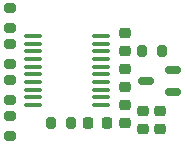
<source format=gbr>
%TF.GenerationSoftware,KiCad,Pcbnew,7.0.10*%
%TF.CreationDate,2025-02-23T01:37:13-06:00*%
%TF.ProjectId,Portal_Radio,506f7274-616c-45f5-9261-64696f2e6b69,rev?*%
%TF.SameCoordinates,Original*%
%TF.FileFunction,Paste,Bot*%
%TF.FilePolarity,Positive*%
%FSLAX46Y46*%
G04 Gerber Fmt 4.6, Leading zero omitted, Abs format (unit mm)*
G04 Created by KiCad (PCBNEW 7.0.10) date 2025-02-23 01:37:13*
%MOMM*%
%LPD*%
G01*
G04 APERTURE LIST*
G04 Aperture macros list*
%AMRoundRect*
0 Rectangle with rounded corners*
0 $1 Rounding radius*
0 $2 $3 $4 $5 $6 $7 $8 $9 X,Y pos of 4 corners*
0 Add a 4 corners polygon primitive as box body*
4,1,4,$2,$3,$4,$5,$6,$7,$8,$9,$2,$3,0*
0 Add four circle primitives for the rounded corners*
1,1,$1+$1,$2,$3*
1,1,$1+$1,$4,$5*
1,1,$1+$1,$6,$7*
1,1,$1+$1,$8,$9*
0 Add four rect primitives between the rounded corners*
20,1,$1+$1,$2,$3,$4,$5,0*
20,1,$1+$1,$4,$5,$6,$7,0*
20,1,$1+$1,$6,$7,$8,$9,0*
20,1,$1+$1,$8,$9,$2,$3,0*%
G04 Aperture macros list end*
%ADD10RoundRect,0.150000X0.512500X0.150000X-0.512500X0.150000X-0.512500X-0.150000X0.512500X-0.150000X0*%
%ADD11RoundRect,0.225000X-0.250000X0.225000X-0.250000X-0.225000X0.250000X-0.225000X0.250000X0.225000X0*%
%ADD12RoundRect,0.200000X0.200000X0.275000X-0.200000X0.275000X-0.200000X-0.275000X0.200000X-0.275000X0*%
%ADD13RoundRect,0.200000X-0.275000X0.200000X-0.275000X-0.200000X0.275000X-0.200000X0.275000X0.200000X0*%
%ADD14RoundRect,0.225000X0.250000X-0.225000X0.250000X0.225000X-0.250000X0.225000X-0.250000X-0.225000X0*%
%ADD15RoundRect,0.200000X-0.200000X-0.275000X0.200000X-0.275000X0.200000X0.275000X-0.200000X0.275000X0*%
%ADD16RoundRect,0.225000X0.225000X0.250000X-0.225000X0.250000X-0.225000X-0.250000X0.225000X-0.250000X0*%
%ADD17RoundRect,0.200000X0.275000X-0.200000X0.275000X0.200000X-0.275000X0.200000X-0.275000X-0.200000X0*%
%ADD18RoundRect,0.218750X0.256250X-0.218750X0.256250X0.218750X-0.256250X0.218750X-0.256250X-0.218750X0*%
%ADD19RoundRect,0.100000X0.637500X0.100000X-0.637500X0.100000X-0.637500X-0.100000X0.637500X-0.100000X0*%
G04 APERTURE END LIST*
D10*
%TO.C,U2*%
X149912000Y-86680000D03*
X149912000Y-88580000D03*
X147637000Y-87630000D03*
%TD*%
D11*
%TO.C,C5*%
X145859000Y-89649000D03*
X145859000Y-91199000D03*
%TD*%
D12*
%TO.C,R1*%
X148970000Y-85090000D03*
X147320000Y-85090000D03*
%TD*%
D13*
%TO.C,R3*%
X136144000Y-90615000D03*
X136144000Y-92265000D03*
%TD*%
%TO.C,R4*%
X136144000Y-87567000D03*
X136144000Y-89217000D03*
%TD*%
D14*
%TO.C,C1*%
X145859000Y-85116000D03*
X145859000Y-83566000D03*
%TD*%
%TO.C,C4*%
X147383000Y-90157000D03*
X147383000Y-91707000D03*
%TD*%
D15*
%TO.C,R2*%
X139637000Y-91186000D03*
X141287000Y-91186000D03*
%TD*%
D16*
%TO.C,C3*%
X144335000Y-91186000D03*
X142785000Y-91186000D03*
%TD*%
D17*
%TO.C,R6*%
X136144000Y-83121000D03*
X136144000Y-81471000D03*
%TD*%
D18*
%TO.C,L1*%
X148844000Y-90144500D03*
X148844000Y-91719500D03*
%TD*%
D19*
%TO.C,U1*%
X143827000Y-83816000D03*
X143827000Y-84466000D03*
X143827000Y-85116000D03*
X143827000Y-85766000D03*
X143827000Y-86416000D03*
X143827000Y-87066000D03*
X143827000Y-87716000D03*
X143827000Y-88366000D03*
X143827000Y-89016000D03*
X143827000Y-89666000D03*
X138102000Y-89666000D03*
X138102000Y-89016000D03*
X138102000Y-88366000D03*
X138102000Y-87716000D03*
X138102000Y-87066000D03*
X138102000Y-86416000D03*
X138102000Y-85766000D03*
X138102000Y-85116000D03*
X138102000Y-84466000D03*
X138102000Y-83816000D03*
%TD*%
D17*
%TO.C,R5*%
X136144000Y-86169000D03*
X136144000Y-84519000D03*
%TD*%
D14*
%TO.C,C2*%
X145859000Y-88151000D03*
X145859000Y-86601000D03*
%TD*%
M02*

</source>
